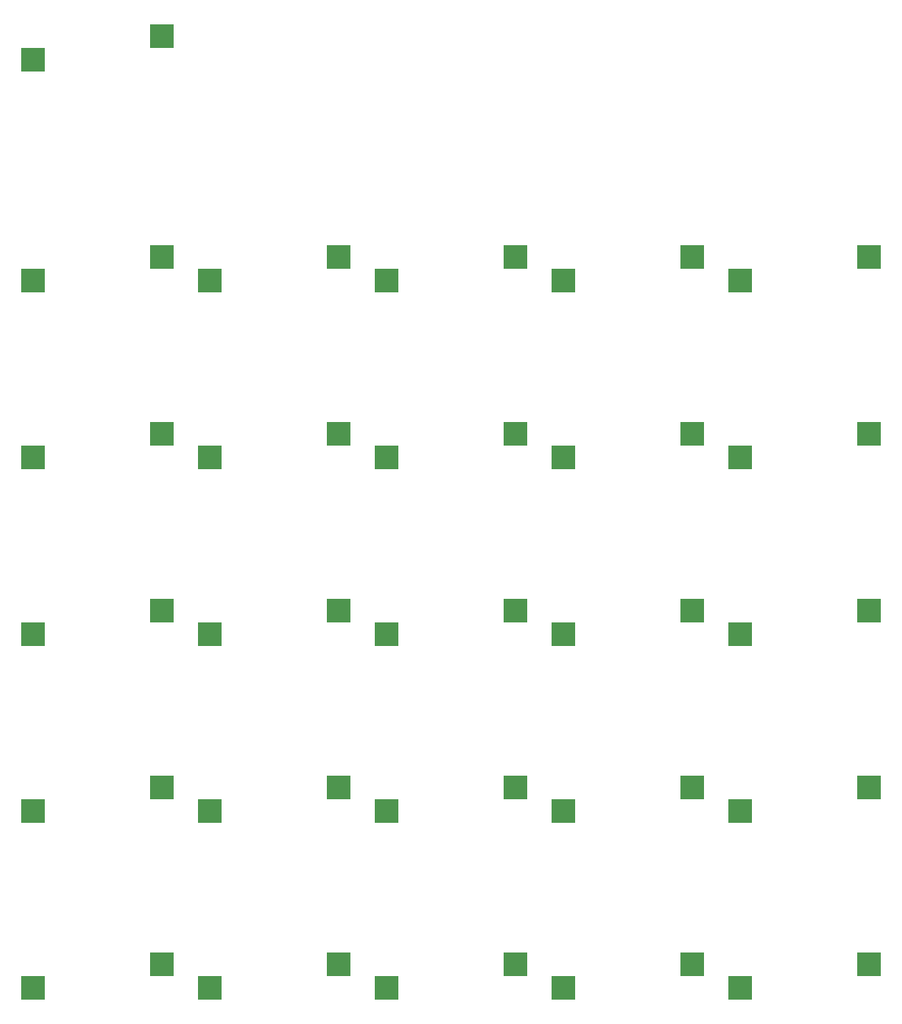
<source format=gbp>
%TF.GenerationSoftware,KiCad,Pcbnew,9.0.7*%
%TF.CreationDate,2026-02-28T22:53:30-05:00*%
%TF.ProjectId,Macropad,4d616372-6f70-4616-942e-6b696361645f,rev?*%
%TF.SameCoordinates,Original*%
%TF.FileFunction,Paste,Bot*%
%TF.FilePolarity,Positive*%
%FSLAX46Y46*%
G04 Gerber Fmt 4.6, Leading zero omitted, Abs format (unit mm)*
G04 Created by KiCad (PCBNEW 9.0.7) date 2026-02-28 22:53:30*
%MOMM*%
%LPD*%
G01*
G04 APERTURE LIST*
%ADD10R,2.550000X2.500000*%
G04 APERTURE END LIST*
D10*
%TO.C,SW1*%
X1965000Y-6985000D03*
X15815000Y-4445000D03*
%TD*%
%TO.C,SW2*%
X1965000Y-30797000D03*
X15815000Y-28257000D03*
%TD*%
%TO.C,SW3*%
X21015000Y-30797000D03*
X34865000Y-28257000D03*
%TD*%
%TO.C,SW4*%
X40065000Y-30797000D03*
X53915000Y-28257000D03*
%TD*%
%TO.C,SW5*%
X59115000Y-30797000D03*
X72965000Y-28257000D03*
%TD*%
%TO.C,SW6*%
X78165000Y-30797000D03*
X92015000Y-28257000D03*
%TD*%
%TO.C,SW7*%
X1965000Y-49848000D03*
X15815000Y-47308000D03*
%TD*%
%TO.C,SW8*%
X21015000Y-49848000D03*
X34865000Y-47308000D03*
%TD*%
%TO.C,SW9*%
X40065000Y-49848000D03*
X53915000Y-47308000D03*
%TD*%
%TO.C,SW10*%
X59115000Y-49848000D03*
X72965000Y-47308000D03*
%TD*%
%TO.C,SW11*%
X78165000Y-49848000D03*
X92015000Y-47308000D03*
%TD*%
%TO.C,SW12*%
X1965000Y-68898000D03*
X15815000Y-66358000D03*
%TD*%
%TO.C,SW13*%
X21015000Y-68898000D03*
X34865000Y-66358000D03*
%TD*%
%TO.C,SW14*%
X40065000Y-68898000D03*
X53915000Y-66358000D03*
%TD*%
%TO.C,SW15*%
X59115000Y-68898000D03*
X72965000Y-66358000D03*
%TD*%
%TO.C,SW16*%
X78165000Y-68898000D03*
X92015000Y-66358000D03*
%TD*%
%TO.C,SW17*%
X1965000Y-87947000D03*
X15815000Y-85407000D03*
%TD*%
%TO.C,SW18*%
X21015000Y-87947000D03*
X34865000Y-85407000D03*
%TD*%
%TO.C,SW19*%
X40065000Y-87947000D03*
X53915000Y-85407000D03*
%TD*%
%TO.C,SW20*%
X59115000Y-87947000D03*
X72965000Y-85407000D03*
%TD*%
%TO.C,SW21*%
X78165000Y-87947000D03*
X92015000Y-85407000D03*
%TD*%
%TO.C,SW22*%
X1965000Y-106998000D03*
X15815000Y-104458000D03*
%TD*%
%TO.C,SW23*%
X21015000Y-106998000D03*
X34865000Y-104458000D03*
%TD*%
%TO.C,SW24*%
X40065000Y-106998000D03*
X53915000Y-104458000D03*
%TD*%
%TO.C,SW25*%
X59115000Y-106998000D03*
X72965000Y-104458000D03*
%TD*%
%TO.C,SW26*%
X78165000Y-106998000D03*
X92015000Y-104458000D03*
%TD*%
M02*

</source>
